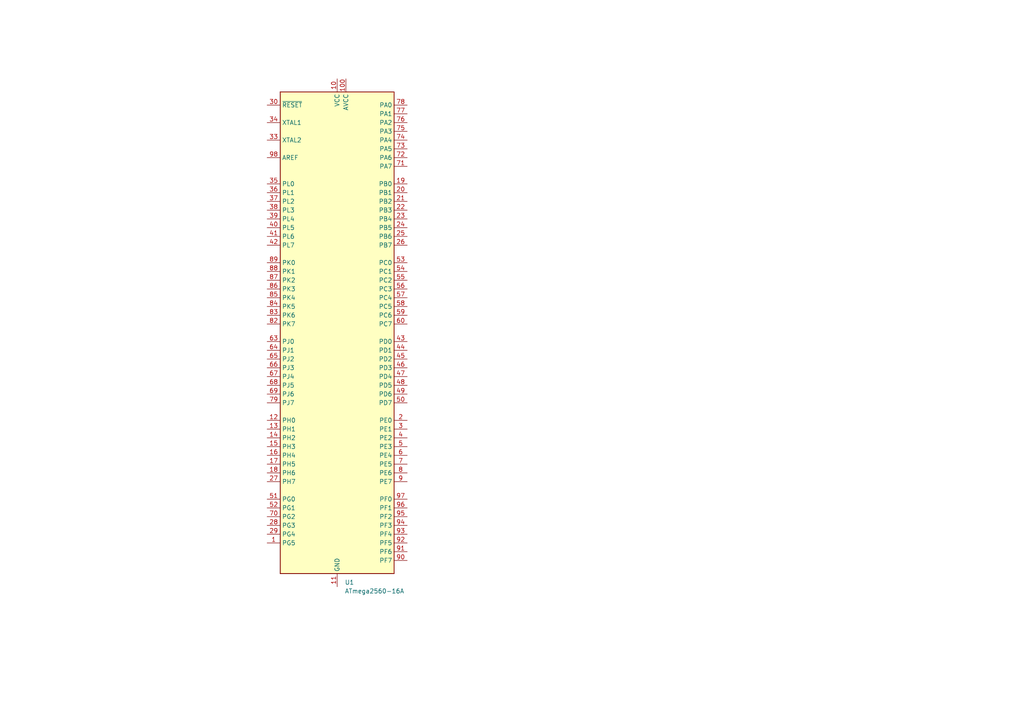
<source format=kicad_sch>
(kicad_sch (version 20230121) (generator eeschema)
  (paper "A4")
  (lib_symbols
    (symbol "MCU_Microchip_ATmega:ATmega2560-16A"
      (property "Reference" "U" (at 0 1.27 0))
      (property "Value" "ATmega2560-16A" (at 0 -1.27 0))
      (symbol "ATmega2560-16A_0_1"
        (rectangle (start -16.51 -69.85) (end 16.51 69.85) (stroke (width 0.254)) (fill (type background)))
      )
      (symbol "ATmega2560-16A_1_1"
        (pin bidirectional line (at -20.32 -60.96 0) (length 3.81) (name "PG5") (number "1"))
        (pin power_in line (at 0 73.66 270) (length 3.81) (name "VCC") (number "10"))
        (pin power_in line (at 2.54 73.66 270) (length 3.81) (name "AVCC") (number "100"))
        (pin power_in line (at 0 -73.66 90) (length 3.81) (name "GND") (number "11"))
        (pin bidirectional line (at -20.32 -25.4 0) (length 3.81) (name "PH0") (number "12"))
        (pin bidirectional line (at -20.32 -27.94 0) (length 3.81) (name "PH1") (number "13"))
        (pin bidirectional line (at -20.32 -30.48 0) (length 3.81) (name "PH2") (number "14"))
        (pin bidirectional line (at -20.32 -33.02 0) (length 3.81) (name "PH3") (number "15"))
        (pin bidirectional line (at -20.32 -35.56 0) (length 3.81) (name "PH4") (number "16"))
        (pin bidirectional line (at -20.32 -38.1 0) (length 3.81) (name "PH5") (number "17"))
        (pin bidirectional line (at -20.32 -40.64 0) (length 3.81) (name "PH6") (number "18"))
        (pin bidirectional line (at 20.32 43.18 180) (length 3.81) (name "PB0") (number "19"))
        (pin bidirectional line (at 20.32 -25.4 180) (length 3.81) (name "PE0") (number "2"))
        (pin bidirectional line (at 20.32 40.64 180) (length 3.81) (name "PB1") (number "20"))
        (pin bidirectional line (at 20.32 38.1 180) (length 3.81) (name "PB2") (number "21"))
        (pin bidirectional line (at 20.32 35.56 180) (length 3.81) (name "PB3") (number "22"))
        (pin bidirectional line (at 20.32 33.02 180) (length 3.81) (name "PB4") (number "23"))
        (pin bidirectional line (at 20.32 30.48 180) (length 3.81) (name "PB5") (number "24"))
        (pin bidirectional line (at 20.32 27.94 180) (length 3.81) (name "PB6") (number "25"))
        (pin bidirectional line (at 20.32 25.4 180) (length 3.81) (name "PB7") (number "26"))
        (pin bidirectional line (at -20.32 -43.18 0) (length 3.81) (name "PH7") (number "27"))
        (pin bidirectional line (at -20.32 -55.88 0) (length 3.81) (name "PG3") (number "28"))
        (pin bidirectional line (at -20.32 -58.42 0) (length 3.81) (name "PG4") (number "29"))
        (pin bidirectional line (at 20.32 -27.94 180) (length 3.81) (name "PE1") (number "3"))
        (pin input line (at -20.32 66.04 0) (length 3.81) (name "~{RESET}") (number "30"))
        (pin passive line (at 0 73.66 270) (length 3.81) hide (name "VCC") (number "31"))
        (pin passive line (at 0 -73.66 90) (length 3.81) hide (name "GND") (number "32"))
        (pin output line (at -20.32 55.88 0) (length 3.81) (name "XTAL2") (number "33"))
        (pin input line (at -20.32 60.96 0) (length 3.81) (name "XTAL1") (number "34"))
        (pin bidirectional line (at -20.32 43.18 0) (length 3.81) (name "PL0") (number "35"))
        (pin bidirectional line (at -20.32 40.64 0) (length 3.81) (name "PL1") (number "36"))
        (pin bidirectional line (at -20.32 38.1 0) (length 3.81) (name "PL2") (number "37"))
        (pin bidirectional line (at -20.32 35.56 0) (length 3.81) (name "PL3") (number "38"))
        (pin bidirectional line (at -20.32 33.02 0) (length 3.81) (name "PL4") (number "39"))
        (pin bidirectional line (at 20.32 -30.48 180) (length 3.81) (name "PE2") (number "4"))
        (pin bidirectional line (at -20.32 30.48 0) (length 3.81) (name "PL5") (number "40"))
        (pin bidirectional line (at -20.32 27.94 0) (length 3.81) (name "PL6") (number "41"))
        (pin bidirectional line (at -20.32 25.4 0) (length 3.81) (name "PL7") (number "42"))
        (pin bidirectional line (at 20.32 -2.54 180) (length 3.81) (name "PD0") (number "43"))
        (pin bidirectional line (at 20.32 -5.08 180) (length 3.81) (name "PD1") (number "44"))
        (pin bidirectional line (at 20.32 -7.62 180) (length 3.81) (name "PD2") (number "45"))
        (pin bidirectional line (at 20.32 -10.16 180) (length 3.81) (name "PD3") (number "46"))
        (pin bidirectional line (at 20.32 -12.7 180) (length 3.81) (name "PD4") (number "47"))
        (pin bidirectional line (at 20.32 -15.24 180) (length 3.81) (name "PD5") (number "48"))
        (pin bidirectional line (at 20.32 -17.78 180) (length 3.81) (name "PD6") (number "49"))
        (pin bidirectional line (at 20.32 -33.02 180) (length 3.81) (name "PE3") (number "5"))
        (pin bidirectional line (at 20.32 -20.32 180) (length 3.81) (name "PD7") (number "50"))
        (pin bidirectional line (at -20.32 -48.26 0) (length 3.81) (name "PG0") (number "51"))
        (pin bidirectional line (at -20.32 -50.8 0) (length 3.81) (name "PG1") (number "52"))
        (pin bidirectional line (at 20.32 20.32 180) (length 3.81) (name "PC0") (number "53"))
        (pin bidirectional line (at 20.32 17.78 180) (length 3.81) (name "PC1") (number "54"))
        (pin bidirectional line (at 20.32 15.24 180) (length 3.81) (name "PC2") (number "55"))
        (pin bidirectional line (at 20.32 12.7 180) (length 3.81) (name "PC3") (number "56"))
        (pin bidirectional line (at 20.32 10.16 180) (length 3.81) (name "PC4") (number "57"))
        (pin bidirectional line (at 20.32 7.62 180) (length 3.81) (name "PC5") (number "58"))
        (pin bidirectional line (at 20.32 5.08 180) (length 3.81) (name "PC6") (number "59"))
        (pin bidirectional line (at 20.32 -35.56 180) (length 3.81) (name "PE4") (number "6"))
        (pin bidirectional line (at 20.32 2.54 180) (length 3.81) (name "PC7") (number "60"))
        (pin passive line (at 0 73.66 270) (length 3.81) hide (name "VCC") (number "61"))
        (pin passive line (at 0 -73.66 90) (length 3.81) hide (name "GND") (number "62"))
        (pin bidirectional line (at -20.32 -2.54 0) (length 3.81) (name "PJ0") (number "63"))
        (pin bidirectional line (at -20.32 -5.08 0) (length 3.81) (name "PJ1") (number "64"))
        (pin bidirectional line (at -20.32 -7.62 0) (length 3.81) (name "PJ2") (number "65"))
        (pin bidirectional line (at -20.32 -10.16 0) (length 3.81) (name "PJ3") (number "66"))
        (pin bidirectional line (at -20.32 -12.7 0) (length 3.81) (name "PJ4") (number "67"))
        (pin bidirectional line (at -20.32 -15.24 0) (length 3.81) (name "PJ5") (number "68"))
        (pin bidirectional line (at -20.32 -17.78 0) (length 3.81) (name "PJ6") (number "69"))
        (pin bidirectional line (at 20.32 -38.1 180) (length 3.81) (name "PE5") (number "7"))
        (pin bidirectional line (at -20.32 -53.34 0) (length 3.81) (name "PG2") (number "70"))
        (pin bidirectional line (at 20.32 48.26 180) (length 3.81) (name "PA7") (number "71"))
        (pin bidirectional line (at 20.32 50.8 180) (length 3.81) (name "PA6") (number "72"))
        (pin bidirectional line (at 20.32 53.34 180) (length 3.81) (name "PA5") (number "73"))
        (pin bidirectional line (at 20.32 55.88 180) (length 3.81) (name "PA4") (number "74"))
        (pin bidirectional line (at 20.32 58.42 180) (length 3.81) (name "PA3") (number "75"))
        (pin bidirectional line (at 20.32 60.96 180) (length 3.81) (name "PA2") (number "76"))
        (pin bidirectional line (at 20.32 63.5 180) (length 3.81) (name "PA1") (number "77"))
        (pin bidirectional line (at 20.32 66.04 180) (length 3.81) (name "PA0") (number "78"))
        (pin bidirectional line (at -20.32 -20.32 0) (length 3.81) (name "PJ7") (number "79"))
        (pin bidirectional line (at 20.32 -40.64 180) (length 3.81) (name "PE6") (number "8"))
        (pin passive line (at 0 73.66 270) (length 3.81) hide (name "VCC") (number "80"))
        (pin passive line (at 0 -73.66 90) (length 3.81) hide (name "GND") (number "81"))
        (pin bidirectional line (at -20.32 2.54 0) (length 3.81) (name "PK7") (number "82"))
        (pin bidirectional line (at -20.32 5.08 0) (length 3.81) (name "PK6") (number "83"))
        (pin bidirectional line (at -20.32 7.62 0) (length 3.81) (name "PK5") (number "84"))
        (pin bidirectional line (at -20.32 10.16 0) (length 3.81) (name "PK4") (number "85"))
        (pin bidirectional line (at -20.32 12.7 0) (length 3.81) (name "PK3") (number "86"))
        (pin bidirectional line (at -20.32 15.24 0) (length 3.81) (name "PK2") (number "87"))
        (pin bidirectional line (at -20.32 17.78 0) (length 3.81) (name "PK1") (number "88"))
        (pin bidirectional line (at -20.32 20.32 0) (length 3.81) (name "PK0") (number "89"))
        (pin bidirectional line (at 20.32 -43.18 180) (length 3.81) (name "PE7") (number "9"))
        (pin bidirectional line (at 20.32 -66.04 180) (length 3.81) (name "PF7") (number "90"))
        (pin bidirectional line (at 20.32 -63.5 180) (length 3.81) (name "PF6") (number "91"))
        (pin bidirectional line (at 20.32 -60.96 180) (length 3.81) (name "PF5") (number "92"))
        (pin bidirectional line (at 20.32 -58.42 180) (length 3.81) (name "PF4") (number "93"))
        (pin bidirectional line (at 20.32 -55.88 180) (length 3.81) (name "PF3") (number "94"))
        (pin bidirectional line (at 20.32 -53.34 180) (length 3.81) (name "PF2") (number "95"))
        (pin bidirectional line (at 20.32 -50.8 180) (length 3.81) (name "PF1") (number "96"))
        (pin bidirectional line (at 20.32 -48.26 180) (length 3.81) (name "PF0") (number "97"))
        (pin passive line (at -20.32 50.8 0) (length 3.81) (name "AREF") (number "98"))
        (pin passive line (at 0 -73.66 90) (length 3.81) hide (name "GND") (number "99"))
      )
    )
  )
  (symbol (lib_id "MCU_Microchip_ATmega:ATmega2560-16A") (at 97.79 96.52 0) (unit 1)
    (property "Reference" "U1" (at 99.9841 168.91 0) (effects (justify left)))
    (property "Value" "ATmega2560-16A" (at 99.9841 171.45 0) (effects (justify left)))
    (property "Footprint" "Package_QFP:TQFP-100_14x14mm_P0.5mm" (effects hide))
    (property "Datasheet" "http://ww1.microchip.com/downloads/en/DeviceDoc/Atmel-2549-8-bit-AVR-Microcontroller-ATmega640-1280-1281-2560-2561_datasheet.pdf" (effects hide))
  )
)
</source>
